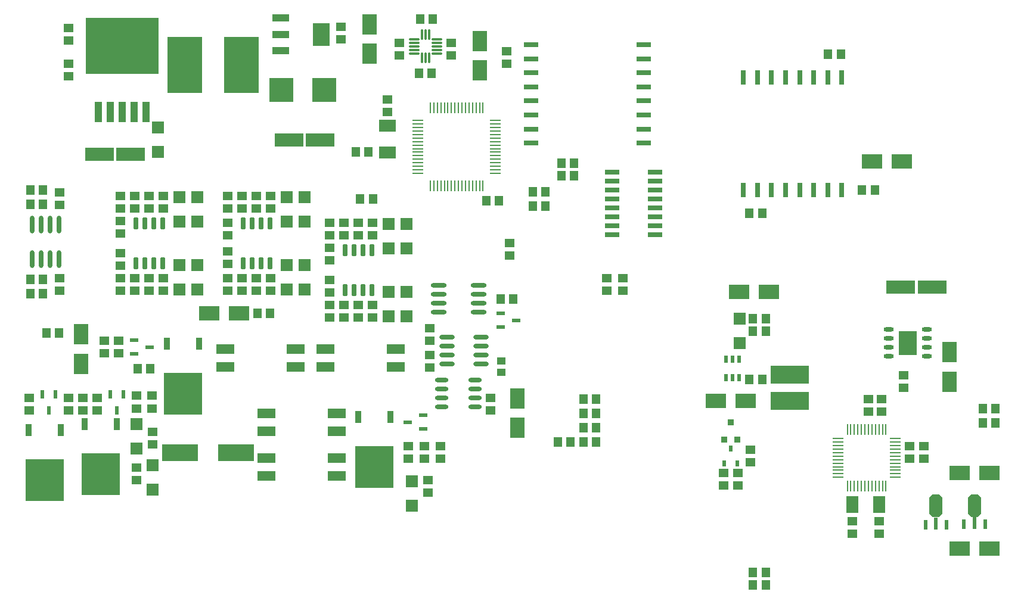
<source format=gtp>
%FSLAX25Y25*%
%MOIN*%
G70*
G01*
G75*
G04 Layer_Color=8421504*
%ADD10R,0.02362X0.05512*%
%ADD11R,0.02362X0.07087*%
G04:AMPARAMS|DCode=12|XSize=74.8mil|YSize=125.98mil|CornerRadius=0mil|HoleSize=0mil|Usage=FLASHONLY|Rotation=180.000|XOffset=0mil|YOffset=0mil|HoleType=Round|Shape=Octagon|*
%AMOCTAGOND12*
4,1,8,0.01870,-0.06299,-0.01870,-0.06299,-0.03740,-0.04429,-0.03740,0.04429,-0.01870,0.06299,0.01870,0.06299,0.03740,0.04429,0.03740,-0.04429,0.01870,-0.06299,0.0*
%
%ADD12OCTAGOND12*%

%ADD13R,0.16339X0.07284*%
%ADD14R,0.08465X0.11221*%
%ADD15R,0.11221X0.08465*%
%ADD16R,0.04724X0.05512*%
%ADD17R,0.05512X0.04724*%
%ADD18R,0.06693X0.06693*%
%ADD19R,0.21654X0.09843*%
%ADD20O,0.05709X0.02362*%
%ADD21R,0.09921X0.13425*%
%ADD22R,0.02362X0.04134*%
%ADD23O,0.00984X0.06102*%
%ADD24O,0.06102X0.00984*%
%ADD25R,0.03150X0.07874*%
%ADD26R,0.07087X0.09449*%
%ADD27R,0.03543X0.03740*%
%ADD28R,0.02362X0.03347*%
%ADD29R,0.40945X0.31496*%
%ADD30R,0.03937X0.11417*%
%ADD31R,0.09449X0.07087*%
G04:AMPARAMS|DCode=32|XSize=25.59mil|YSize=64.96mil|CornerRadius=1.92mil|HoleSize=0mil|Usage=FLASHONLY|Rotation=0.000|XOffset=0mil|YOffset=0mil|HoleType=Round|Shape=RoundedRectangle|*
%AMROUNDEDRECTD32*
21,1,0.02559,0.06112,0,0,0.0*
21,1,0.02175,0.06496,0,0,0.0*
1,1,0.00384,0.01088,-0.03056*
1,1,0.00384,-0.01088,-0.03056*
1,1,0.00384,-0.01088,0.03056*
1,1,0.00384,0.01088,0.03056*
%
%ADD32ROUNDEDRECTD32*%
%ADD33O,0.02756X0.09843*%
G04:AMPARAMS|DCode=34|XSize=11.81mil|YSize=59.06mil|CornerRadius=2.95mil|HoleSize=0mil|Usage=FLASHONLY|Rotation=0.000|XOffset=0mil|YOffset=0mil|HoleType=Round|Shape=RoundedRectangle|*
%AMROUNDEDRECTD34*
21,1,0.01181,0.05315,0,0,0.0*
21,1,0.00591,0.05906,0,0,0.0*
1,1,0.00591,0.00295,-0.02658*
1,1,0.00591,-0.00295,-0.02658*
1,1,0.00591,-0.00295,0.02658*
1,1,0.00591,0.00295,0.02658*
%
%ADD34ROUNDEDRECTD34*%
G04:AMPARAMS|DCode=35|XSize=11.81mil|YSize=59.06mil|CornerRadius=2.95mil|HoleSize=0mil|Usage=FLASHONLY|Rotation=270.000|XOffset=0mil|YOffset=0mil|HoleType=Round|Shape=RoundedRectangle|*
%AMROUNDEDRECTD35*
21,1,0.01181,0.05315,0,0,270.0*
21,1,0.00591,0.05906,0,0,270.0*
1,1,0.00591,-0.02658,-0.00295*
1,1,0.00591,-0.02658,0.00295*
1,1,0.00591,0.02658,0.00295*
1,1,0.00591,0.02658,-0.00295*
%
%ADD35ROUNDEDRECTD35*%
%ADD36R,0.09449X0.12992*%
%ADD37R,0.09449X0.03937*%
%ADD38O,0.08661X0.02362*%
%ADD39R,0.07874X0.02992*%
%ADD40O,0.08858X0.02362*%
%ADD41R,0.02362X0.04528*%
%ADD42R,0.03543X0.07087*%
%ADD43R,0.21654X0.23228*%
%ADD44R,0.04528X0.02362*%
%ADD45R,0.19685X0.31496*%
%ADD46R,0.20276X0.09252*%
%ADD47R,0.09843X0.05512*%
%ADD48R,0.07874X0.03150*%
%ADD49R,0.05118X0.03937*%
%ADD50R,0.13780X0.13780*%
%ADD51O,0.07480X0.02362*%
%ADD52C,0.02000*%
%ADD53C,0.01000*%
%ADD54C,0.02500*%
%ADD55C,0.04000*%
%ADD56C,0.10000*%
%ADD57C,0.12000*%
%ADD58C,0.05000*%
%ADD59R,0.12000X0.04000*%
%ADD60C,0.09000*%
%ADD61C,0.07874*%
%ADD62C,0.06299*%
%ADD63C,0.05906*%
%ADD64R,0.05906X0.05906*%
%ADD65R,0.05906X0.05906*%
%ADD66C,0.11811*%
%ADD67C,0.19685*%
%ADD68R,0.07874X0.07874*%
%ADD69O,0.07874X0.03937*%
%ADD70O,0.07874X0.03937*%
%ADD71C,0.10000*%
%ADD72C,0.11000*%
%ADD73C,0.15748*%
%ADD74C,0.07284*%
%ADD75R,0.07284X0.07284*%
%ADD76C,0.01969*%
%ADD77C,0.01600*%
%ADD78C,0.03000*%
%ADD79C,0.05000*%
%ADD80C,0.02400*%
%ADD81C,0.04000*%
%ADD82C,0.01500*%
%ADD83C,0.03600*%
%ADD84C,0.06000*%
%ADD85C,0.07000*%
%ADD86R,0.02165X0.03543*%
%ADD87R,0.12598X0.20472*%
%ADD88R,0.26000X0.07090*%
%ADD89R,0.26000X0.05438*%
%ADD90R,0.13000X0.05000*%
%ADD91R,0.06500X0.13000*%
%ADD92C,0.00984*%
%ADD93C,0.02362*%
%ADD94C,0.01969*%
%ADD95C,0.00787*%
%ADD96C,0.00600*%
%ADD97C,0.00800*%
D10*
X559197Y-294443D02*
D03*
X571008D02*
D03*
X592508Y-294299D02*
D03*
X580697D02*
D03*
D11*
X565102Y-293655D02*
D03*
X586602Y-293512D02*
D03*
D12*
X565102Y-283813D02*
D03*
X586602Y-283669D02*
D03*
D13*
X562843Y-161400D02*
D03*
X545324D02*
D03*
X97240Y-87000D02*
D03*
X114760D02*
D03*
X203240Y-79000D02*
D03*
X220760D02*
D03*
D14*
X572483Y-197932D02*
D03*
Y-214468D02*
D03*
X87102Y-187875D02*
D03*
Y-204410D02*
D03*
X310000Y-40268D02*
D03*
Y-23732D02*
D03*
X248200Y-30868D02*
D03*
Y-14332D02*
D03*
X331000Y-223732D02*
D03*
Y-240268D02*
D03*
D15*
X458551Y-225000D02*
D03*
X442016D02*
D03*
X455016Y-164000D02*
D03*
X471551D02*
D03*
X594870Y-265362D02*
D03*
X578335D02*
D03*
X594870Y-307862D02*
D03*
X578335D02*
D03*
X529416Y-91100D02*
D03*
X545951D02*
D03*
X175268Y-176000D02*
D03*
X158732D02*
D03*
D16*
X530827Y-107000D02*
D03*
X523740D02*
D03*
X462740Y-321000D02*
D03*
X469827D02*
D03*
X598427Y-237400D02*
D03*
X591340D02*
D03*
X591340Y-229400D02*
D03*
X598427D02*
D03*
X467827Y-213000D02*
D03*
X460740D02*
D03*
X469827Y-179000D02*
D03*
X462740D02*
D03*
X462740Y-186000D02*
D03*
X469827D02*
D03*
X460740Y-120000D02*
D03*
X467827D02*
D03*
X462740Y-328000D02*
D03*
X469827D02*
D03*
X511827Y-31000D02*
D03*
X504740D02*
D03*
X67457Y-187000D02*
D03*
X74543D02*
D03*
X192543Y-176000D02*
D03*
X185457D02*
D03*
X339457Y-116000D02*
D03*
X346543D02*
D03*
X355457Y-92000D02*
D03*
X362543D02*
D03*
X58457Y-157000D02*
D03*
X65543D02*
D03*
X65543Y-165000D02*
D03*
X58457D02*
D03*
X355457Y-99000D02*
D03*
X362543D02*
D03*
X65543Y-115000D02*
D03*
X58457D02*
D03*
X65543Y-107000D02*
D03*
X58457D02*
D03*
X313457Y-113000D02*
D03*
X320543D02*
D03*
X282943Y-41800D02*
D03*
X275857D02*
D03*
X367857Y-224200D02*
D03*
X374943D02*
D03*
X367857Y-232200D02*
D03*
X374943D02*
D03*
X367857Y-240200D02*
D03*
X374943D02*
D03*
X367857Y-248200D02*
D03*
X374943D02*
D03*
X321457Y-168000D02*
D03*
X328543D02*
D03*
X250143Y-112200D02*
D03*
X243057D02*
D03*
X125543Y-207000D02*
D03*
X118457D02*
D03*
X240657Y-85800D02*
D03*
X247743D02*
D03*
X276657Y-11400D02*
D03*
X283743D02*
D03*
X360543Y-248200D02*
D03*
X353457D02*
D03*
X346543Y-108000D02*
D03*
X339457D02*
D03*
D17*
X518284Y-299543D02*
D03*
Y-292457D02*
D03*
X533284Y-299543D02*
D03*
Y-292457D02*
D03*
X534610Y-231232D02*
D03*
Y-224146D02*
D03*
X527110Y-231232D02*
D03*
Y-224146D02*
D03*
X546883Y-217743D02*
D03*
Y-210657D02*
D03*
X461283Y-252457D02*
D03*
Y-259543D02*
D03*
X550283Y-257543D02*
D03*
Y-250457D02*
D03*
X558284Y-250457D02*
D03*
Y-257543D02*
D03*
X454284Y-272543D02*
D03*
Y-265457D02*
D03*
X446283Y-265457D02*
D03*
Y-272543D02*
D03*
X226000Y-164543D02*
D03*
Y-157457D02*
D03*
X242000Y-171457D02*
D03*
Y-178543D02*
D03*
X381000Y-156457D02*
D03*
Y-163543D02*
D03*
X75000Y-156457D02*
D03*
Y-163543D02*
D03*
X226000Y-139457D02*
D03*
Y-146543D02*
D03*
X242000Y-132543D02*
D03*
Y-125457D02*
D03*
X75000Y-115543D02*
D03*
Y-108457D02*
D03*
X109000Y-149543D02*
D03*
Y-142457D02*
D03*
X125000Y-156457D02*
D03*
Y-163543D02*
D03*
X293800Y-31743D02*
D03*
Y-24657D02*
D03*
X169000Y-148543D02*
D03*
Y-141457D02*
D03*
X109000Y-124457D02*
D03*
Y-131543D02*
D03*
X185000Y-156457D02*
D03*
Y-163543D02*
D03*
X125000Y-117543D02*
D03*
Y-110457D02*
D03*
X265000Y-24657D02*
D03*
Y-31743D02*
D03*
X169000Y-125457D02*
D03*
Y-132543D02*
D03*
X185000Y-117543D02*
D03*
Y-110457D02*
D03*
X326600Y-143743D02*
D03*
Y-136657D02*
D03*
X117800Y-222257D02*
D03*
Y-229343D02*
D03*
X126600Y-222257D02*
D03*
Y-229343D02*
D03*
X96000Y-230543D02*
D03*
Y-223457D02*
D03*
X279000Y-250457D02*
D03*
Y-257543D02*
D03*
X288000Y-250457D02*
D03*
Y-257543D02*
D03*
X270000Y-250457D02*
D03*
Y-257543D02*
D03*
X80000Y-223457D02*
D03*
Y-230543D02*
D03*
X88000Y-223457D02*
D03*
Y-230543D02*
D03*
X58000Y-230543D02*
D03*
Y-223457D02*
D03*
X108000Y-191457D02*
D03*
Y-198543D02*
D03*
X100000Y-191457D02*
D03*
Y-198543D02*
D03*
X80000Y-43543D02*
D03*
Y-36457D02*
D03*
X80000Y-16457D02*
D03*
Y-23543D02*
D03*
X250000Y-171457D02*
D03*
Y-178543D02*
D03*
X234000Y-171457D02*
D03*
Y-178543D02*
D03*
X226000Y-171457D02*
D03*
Y-178543D02*
D03*
X390000Y-156457D02*
D03*
Y-163543D02*
D03*
X250000Y-132543D02*
D03*
Y-125457D02*
D03*
X234000Y-132543D02*
D03*
Y-125457D02*
D03*
X226000Y-132543D02*
D03*
Y-125457D02*
D03*
X258400Y-56457D02*
D03*
Y-63543D02*
D03*
X133000Y-156457D02*
D03*
Y-163543D02*
D03*
X117000Y-156457D02*
D03*
Y-163543D02*
D03*
X109000Y-156457D02*
D03*
Y-163543D02*
D03*
X193000Y-156457D02*
D03*
Y-163543D02*
D03*
X177000Y-156457D02*
D03*
Y-163543D02*
D03*
X169000Y-156457D02*
D03*
Y-163543D02*
D03*
X133000Y-117543D02*
D03*
Y-110457D02*
D03*
X117000Y-117543D02*
D03*
Y-110457D02*
D03*
X109000Y-117543D02*
D03*
Y-110457D02*
D03*
X193000Y-117543D02*
D03*
Y-110457D02*
D03*
X177000Y-117543D02*
D03*
Y-110457D02*
D03*
X169000Y-117543D02*
D03*
Y-110457D02*
D03*
X325000Y-29457D02*
D03*
Y-36543D02*
D03*
X127000Y-242457D02*
D03*
Y-249543D02*
D03*
X232200Y-15857D02*
D03*
Y-22943D02*
D03*
X281000Y-269457D02*
D03*
Y-276543D02*
D03*
X118000Y-269543D02*
D03*
Y-262457D02*
D03*
X316000Y-230543D02*
D03*
Y-223457D02*
D03*
X282000Y-199457D02*
D03*
Y-206543D02*
D03*
X282000Y-191543D02*
D03*
Y-184457D02*
D03*
D18*
X455283Y-192850D02*
D03*
Y-179150D02*
D03*
X259000Y-177850D02*
D03*
Y-164150D02*
D03*
X269000D02*
D03*
Y-177850D02*
D03*
X259000Y-126150D02*
D03*
Y-139850D02*
D03*
X269000D02*
D03*
Y-126150D02*
D03*
X142000Y-162850D02*
D03*
Y-149150D02*
D03*
X152000D02*
D03*
Y-162850D02*
D03*
X202000D02*
D03*
Y-149150D02*
D03*
X142000Y-111150D02*
D03*
Y-124850D02*
D03*
X212000Y-149150D02*
D03*
Y-162850D02*
D03*
X152000Y-124850D02*
D03*
Y-111150D02*
D03*
X202000D02*
D03*
Y-124850D02*
D03*
X212000D02*
D03*
Y-111150D02*
D03*
X118000Y-238150D02*
D03*
Y-251850D02*
D03*
X130000Y-85850D02*
D03*
Y-72150D02*
D03*
X272000Y-270150D02*
D03*
Y-283850D02*
D03*
X127000Y-274850D02*
D03*
Y-261150D02*
D03*
D19*
X483284Y-225000D02*
D03*
Y-210433D02*
D03*
D20*
X560031Y-200220D02*
D03*
Y-195220D02*
D03*
Y-190220D02*
D03*
Y-185220D02*
D03*
X538574Y-200220D02*
D03*
Y-195220D02*
D03*
Y-190220D02*
D03*
Y-185220D02*
D03*
D21*
X549302Y-192720D02*
D03*
D22*
X455024Y-201783D02*
D03*
X451284D02*
D03*
X447543D02*
D03*
Y-212217D02*
D03*
X451284D02*
D03*
X455024D02*
D03*
D23*
X515448Y-272906D02*
D03*
X517417D02*
D03*
X519385D02*
D03*
X521354D02*
D03*
X523322D02*
D03*
X525291D02*
D03*
X527259D02*
D03*
X529228D02*
D03*
X531196D02*
D03*
X533165D02*
D03*
X535133D02*
D03*
X537102D02*
D03*
Y-241213D02*
D03*
X535133D02*
D03*
X533165D02*
D03*
X531196D02*
D03*
X529228D02*
D03*
X527259D02*
D03*
X525291D02*
D03*
X523322D02*
D03*
X521354D02*
D03*
X519385D02*
D03*
X517417D02*
D03*
X515448D02*
D03*
X282236Y-61248D02*
D03*
X284205D02*
D03*
X286173D02*
D03*
X288142D02*
D03*
X290110D02*
D03*
X292079D02*
D03*
X294047D02*
D03*
X296016D02*
D03*
X297984D02*
D03*
X299953D02*
D03*
X301921D02*
D03*
X303890D02*
D03*
X305858D02*
D03*
X307827D02*
D03*
X309795D02*
D03*
X311764D02*
D03*
Y-104752D02*
D03*
X309795D02*
D03*
X307827D02*
D03*
X305858D02*
D03*
X303890D02*
D03*
X301921D02*
D03*
X299953D02*
D03*
X297984D02*
D03*
X296016D02*
D03*
X294047D02*
D03*
X292079D02*
D03*
X290110D02*
D03*
X288142D02*
D03*
X286173D02*
D03*
X284205D02*
D03*
X282236D02*
D03*
D24*
X542121Y-267887D02*
D03*
Y-265918D02*
D03*
Y-263950D02*
D03*
Y-261981D02*
D03*
Y-260013D02*
D03*
Y-258044D02*
D03*
Y-256076D02*
D03*
Y-254107D02*
D03*
Y-252139D02*
D03*
Y-250170D02*
D03*
Y-248202D02*
D03*
Y-246233D02*
D03*
X510428D02*
D03*
Y-248202D02*
D03*
Y-250170D02*
D03*
Y-252139D02*
D03*
Y-254107D02*
D03*
Y-256076D02*
D03*
Y-258044D02*
D03*
Y-260013D02*
D03*
Y-261981D02*
D03*
Y-263950D02*
D03*
Y-265918D02*
D03*
Y-267887D02*
D03*
X318752Y-68236D02*
D03*
Y-70205D02*
D03*
Y-72173D02*
D03*
Y-74142D02*
D03*
Y-76110D02*
D03*
Y-78079D02*
D03*
Y-80047D02*
D03*
Y-82016D02*
D03*
Y-83984D02*
D03*
Y-85953D02*
D03*
Y-87921D02*
D03*
Y-89890D02*
D03*
Y-91858D02*
D03*
Y-93827D02*
D03*
Y-95795D02*
D03*
Y-97764D02*
D03*
X275248D02*
D03*
Y-95795D02*
D03*
Y-93827D02*
D03*
Y-91858D02*
D03*
Y-89890D02*
D03*
Y-87921D02*
D03*
Y-85953D02*
D03*
Y-83984D02*
D03*
Y-82016D02*
D03*
Y-80047D02*
D03*
Y-78079D02*
D03*
Y-76110D02*
D03*
Y-74142D02*
D03*
Y-72173D02*
D03*
Y-70205D02*
D03*
Y-68236D02*
D03*
D25*
X457283Y-107000D02*
D03*
X465158D02*
D03*
X473032D02*
D03*
X480905D02*
D03*
X488780D02*
D03*
X496654D02*
D03*
X504528D02*
D03*
X512402D02*
D03*
Y-44008D02*
D03*
X504528D02*
D03*
X496654D02*
D03*
X488780D02*
D03*
X480905D02*
D03*
X473032D02*
D03*
X465158D02*
D03*
X457283D02*
D03*
D26*
X533284Y-283000D02*
D03*
X518323D02*
D03*
D27*
X454024Y-246921D02*
D03*
X450283Y-237079D02*
D03*
X446543Y-246921D02*
D03*
D28*
Y-260232D02*
D03*
X454024D02*
D03*
X450283Y-251768D02*
D03*
D29*
X110000Y-26614D02*
D03*
D30*
X123386Y-63425D02*
D03*
X116693D02*
D03*
X110000D02*
D03*
X103307D02*
D03*
X96614D02*
D03*
D31*
X258400Y-86000D02*
D03*
Y-71039D02*
D03*
D32*
X249500Y-140878D02*
D03*
X244500D02*
D03*
X239500D02*
D03*
X234500D02*
D03*
X249500Y-163122D02*
D03*
X244500D02*
D03*
X239500D02*
D03*
X234500D02*
D03*
X132500Y-125878D02*
D03*
X127500D02*
D03*
X122500D02*
D03*
X117500D02*
D03*
X132500Y-148122D02*
D03*
X127500D02*
D03*
X122500D02*
D03*
X117500D02*
D03*
X192500Y-125878D02*
D03*
X187500D02*
D03*
X182500D02*
D03*
X177500D02*
D03*
X192500Y-148122D02*
D03*
X187500D02*
D03*
X182500D02*
D03*
X177500D02*
D03*
D33*
X59500Y-145646D02*
D03*
X64500D02*
D03*
X69500D02*
D03*
X74500D02*
D03*
X59500Y-126354D02*
D03*
X64500D02*
D03*
X69500D02*
D03*
X74500D02*
D03*
D34*
X277737Y-33205D02*
D03*
X279706D02*
D03*
X281674D02*
D03*
X279706Y-20213D02*
D03*
X277737D02*
D03*
X281674D02*
D03*
D35*
X273406Y-28874D02*
D03*
Y-30843D02*
D03*
Y-26906D02*
D03*
Y-24937D02*
D03*
Y-22968D02*
D03*
X286005Y-28874D02*
D03*
Y-26906D02*
D03*
Y-24937D02*
D03*
Y-22968D02*
D03*
Y-30843D02*
D03*
D36*
X221417Y-20000D02*
D03*
D37*
X198583Y-29055D02*
D03*
Y-20000D02*
D03*
Y-10945D02*
D03*
D38*
X291551Y-189500D02*
D03*
Y-194500D02*
D03*
Y-199500D02*
D03*
Y-204500D02*
D03*
X310449Y-189500D02*
D03*
Y-194500D02*
D03*
Y-199500D02*
D03*
Y-204500D02*
D03*
D39*
X383787Y-97000D02*
D03*
Y-102000D02*
D03*
Y-107000D02*
D03*
Y-112000D02*
D03*
Y-117000D02*
D03*
Y-122000D02*
D03*
Y-127000D02*
D03*
Y-132000D02*
D03*
X408000D02*
D03*
Y-127000D02*
D03*
Y-122000D02*
D03*
Y-117000D02*
D03*
Y-112000D02*
D03*
Y-107000D02*
D03*
Y-102000D02*
D03*
Y-97000D02*
D03*
D40*
X309221Y-175500D02*
D03*
Y-170500D02*
D03*
Y-165500D02*
D03*
Y-160500D02*
D03*
X286779Y-175500D02*
D03*
Y-170500D02*
D03*
Y-165500D02*
D03*
Y-160500D02*
D03*
D41*
X107000Y-230429D02*
D03*
X103260Y-221571D02*
D03*
X110740D02*
D03*
X69000Y-230429D02*
D03*
X65260Y-221571D02*
D03*
X72740D02*
D03*
D42*
X106976Y-238087D02*
D03*
X89024D02*
D03*
X259976Y-234087D02*
D03*
X242024D02*
D03*
X75576Y-241487D02*
D03*
X57624D02*
D03*
X152976Y-193087D02*
D03*
X135024D02*
D03*
D43*
X98000Y-266039D02*
D03*
X251000Y-262039D02*
D03*
X66600Y-269439D02*
D03*
X144000Y-221039D02*
D03*
D44*
X269571Y-237000D02*
D03*
X278429Y-233260D02*
D03*
Y-240740D02*
D03*
X330429Y-180000D02*
D03*
X321571Y-183740D02*
D03*
Y-176260D02*
D03*
X125429Y-195000D02*
D03*
X116571Y-198740D02*
D03*
Y-191260D02*
D03*
D45*
X145000Y-37000D02*
D03*
X176496D02*
D03*
D46*
X142252Y-254000D02*
D03*
X173748D02*
D03*
D47*
X167630Y-206000D02*
D03*
Y-196000D02*
D03*
X207000D02*
D03*
Y-206000D02*
D03*
X263000D02*
D03*
Y-196000D02*
D03*
X223630D02*
D03*
Y-206000D02*
D03*
X190630Y-242000D02*
D03*
Y-232000D02*
D03*
X230000D02*
D03*
Y-242000D02*
D03*
Y-267000D02*
D03*
Y-257000D02*
D03*
X190630D02*
D03*
Y-267000D02*
D03*
D48*
X401592Y-25800D02*
D03*
Y-33674D02*
D03*
Y-41548D02*
D03*
Y-49422D02*
D03*
Y-57296D02*
D03*
Y-65170D02*
D03*
Y-73044D02*
D03*
Y-80918D02*
D03*
X338600D02*
D03*
Y-73044D02*
D03*
Y-65170D02*
D03*
Y-57296D02*
D03*
Y-49422D02*
D03*
Y-41548D02*
D03*
Y-33674D02*
D03*
Y-25800D02*
D03*
D49*
X322000Y-209150D02*
D03*
Y-202850D02*
D03*
D50*
X199091Y-51000D02*
D03*
X222909D02*
D03*
D51*
X307252Y-228500D02*
D03*
Y-223500D02*
D03*
Y-218500D02*
D03*
Y-213500D02*
D03*
X288748Y-228500D02*
D03*
Y-223500D02*
D03*
Y-218500D02*
D03*
Y-213500D02*
D03*
M02*

</source>
